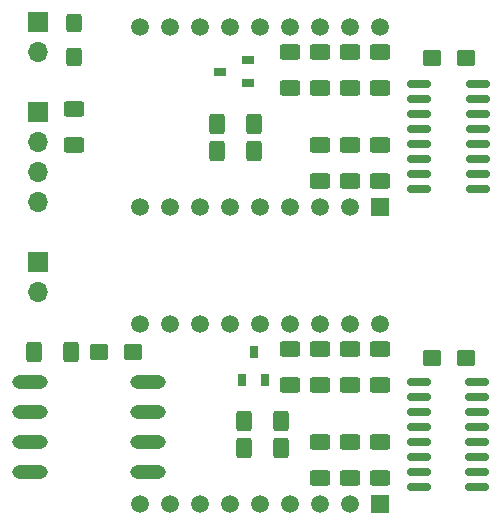
<source format=gts>
%TF.GenerationSoftware,KiCad,Pcbnew,(6.0.9)*%
%TF.CreationDate,2022-12-10T14:47:00+01:00*%
%TF.ProjectId,Hygrometer_SMD_doubleSided,48796772-6f6d-4657-9465-725f534d445f,rev?*%
%TF.SameCoordinates,Original*%
%TF.FileFunction,Soldermask,Top*%
%TF.FilePolarity,Negative*%
%FSLAX46Y46*%
G04 Gerber Fmt 4.6, Leading zero omitted, Abs format (unit mm)*
G04 Created by KiCad (PCBNEW (6.0.9)) date 2022-12-10 14:47:00*
%MOMM*%
%LPD*%
G01*
G04 APERTURE LIST*
G04 Aperture macros list*
%AMRoundRect*
0 Rectangle with rounded corners*
0 $1 Rounding radius*
0 $2 $3 $4 $5 $6 $7 $8 $9 X,Y pos of 4 corners*
0 Add a 4 corners polygon primitive as box body*
4,1,4,$2,$3,$4,$5,$6,$7,$8,$9,$2,$3,0*
0 Add four circle primitives for the rounded corners*
1,1,$1+$1,$2,$3*
1,1,$1+$1,$4,$5*
1,1,$1+$1,$6,$7*
1,1,$1+$1,$8,$9*
0 Add four rect primitives between the rounded corners*
20,1,$1+$1,$2,$3,$4,$5,0*
20,1,$1+$1,$4,$5,$6,$7,0*
20,1,$1+$1,$6,$7,$8,$9,0*
20,1,$1+$1,$8,$9,$2,$3,0*%
G04 Aperture macros list end*
%ADD10R,1.000000X0.700000*%
%ADD11R,0.700000X1.000000*%
%ADD12RoundRect,0.250000X-0.625000X0.400000X-0.625000X-0.400000X0.625000X-0.400000X0.625000X0.400000X0*%
%ADD13RoundRect,0.250000X0.625000X-0.400000X0.625000X0.400000X-0.625000X0.400000X-0.625000X-0.400000X0*%
%ADD14RoundRect,0.250000X-0.400000X-0.625000X0.400000X-0.625000X0.400000X0.625000X-0.400000X0.625000X0*%
%ADD15RoundRect,0.150000X-0.825000X-0.150000X0.825000X-0.150000X0.825000X0.150000X-0.825000X0.150000X0*%
%ADD16R,1.700000X1.700000*%
%ADD17O,1.700000X1.700000*%
%ADD18RoundRect,0.250000X0.400000X0.625000X-0.400000X0.625000X-0.400000X-0.625000X0.400000X-0.625000X0*%
%ADD19RoundRect,0.250000X-0.425000X0.537500X-0.425000X-0.537500X0.425000X-0.537500X0.425000X0.537500X0*%
%ADD20RoundRect,0.250000X0.537500X0.425000X-0.537500X0.425000X-0.537500X-0.425000X0.537500X-0.425000X0*%
%ADD21RoundRect,0.250000X-0.537500X-0.425000X0.537500X-0.425000X0.537500X0.425000X-0.537500X0.425000X0*%
%ADD22O,2.999999X1.200000*%
%ADD23R,1.500000X1.500000*%
%ADD24C,1.500000*%
G04 APERTURE END LIST*
D10*
%TO.C,Q2*%
X65951000Y-38619000D03*
X65951000Y-36719000D03*
X63551000Y-37669000D03*
%TD*%
D11*
%TO.C,Q1*%
X65452000Y-63818000D03*
X67352000Y-63818000D03*
X66402000Y-61418000D03*
%TD*%
D12*
%TO.C,R2*%
X71990000Y-35992000D03*
X71990000Y-39092000D03*
%TD*%
%TO.C,R3*%
X69450000Y-35992000D03*
X69450000Y-39092000D03*
%TD*%
D13*
%TO.C,R5*%
X74530000Y-46966000D03*
X74530000Y-43866000D03*
%TD*%
%TO.C,R6*%
X77070000Y-46966000D03*
X77070000Y-43866000D03*
%TD*%
D12*
%TO.C,R7*%
X77070000Y-35992000D03*
X77070000Y-39092000D03*
%TD*%
%TO.C,R8*%
X74530000Y-35992000D03*
X74530000Y-39092000D03*
%TD*%
D14*
%TO.C,R9*%
X65614000Y-69546000D03*
X68714000Y-69546000D03*
%TD*%
D12*
%TO.C,R10*%
X71990000Y-61138000D03*
X71990000Y-64238000D03*
%TD*%
%TO.C,R11*%
X69450000Y-61138000D03*
X69450000Y-64238000D03*
%TD*%
D13*
%TO.C,R12*%
X71990000Y-72112000D03*
X71990000Y-69012000D03*
%TD*%
%TO.C,R13*%
X74530000Y-72112000D03*
X74530000Y-69012000D03*
%TD*%
%TO.C,R14*%
X77070000Y-72112000D03*
X77070000Y-69012000D03*
%TD*%
D12*
%TO.C,R15*%
X77070000Y-61138000D03*
X77070000Y-64238000D03*
%TD*%
%TO.C,R16*%
X74530000Y-61138000D03*
X74530000Y-64238000D03*
%TD*%
D14*
%TO.C,R17*%
X63328000Y-44400000D03*
X66428000Y-44400000D03*
%TD*%
D15*
%TO.C,U2*%
X80437000Y-38685000D03*
X80437000Y-39955000D03*
X80437000Y-41225000D03*
X80437000Y-42495000D03*
X80437000Y-43765000D03*
X80437000Y-45035000D03*
X80437000Y-46305000D03*
X80437000Y-47575000D03*
X85387000Y-47575000D03*
X85387000Y-46305000D03*
X85387000Y-45035000D03*
X85387000Y-43765000D03*
X85387000Y-42495000D03*
X85387000Y-41225000D03*
X85387000Y-39955000D03*
X85387000Y-38685000D03*
%TD*%
%TO.C,U3*%
X80372000Y-63958000D03*
X80372000Y-65228000D03*
X80372000Y-66498000D03*
X80372000Y-67768000D03*
X80372000Y-69038000D03*
X80372000Y-70308000D03*
X80372000Y-71578000D03*
X80372000Y-72848000D03*
X85322000Y-72848000D03*
X85322000Y-71578000D03*
X85322000Y-70308000D03*
X85322000Y-69038000D03*
X85322000Y-67768000D03*
X85322000Y-66498000D03*
X85322000Y-65228000D03*
X85322000Y-63958000D03*
%TD*%
D13*
%TO.C,R4*%
X71990000Y-46966000D03*
X71990000Y-43866000D03*
%TD*%
D16*
%TO.C,J1*%
X48114000Y-33478000D03*
D17*
X48114000Y-36018000D03*
%TD*%
D18*
%TO.C,R1*%
X50934000Y-61418000D03*
X47834000Y-61418000D03*
%TD*%
D16*
%TO.C,SW1*%
X48114000Y-53793000D03*
D17*
X48114000Y-56333000D03*
%TD*%
D16*
%TO.C,J6*%
X48114000Y-41098000D03*
D17*
X48114000Y-43638000D03*
X48114000Y-46178000D03*
X48114000Y-48718000D03*
%TD*%
D18*
%TO.C,R19*%
X68714000Y-67260000D03*
X65614000Y-67260000D03*
%TD*%
%TO.C,R18*%
X66428000Y-42114000D03*
X63328000Y-42114000D03*
%TD*%
D13*
%TO.C,R20*%
X51162000Y-43903000D03*
X51162000Y-40803000D03*
%TD*%
D19*
%TO.C,C4*%
X51162000Y-33564500D03*
X51162000Y-36439500D03*
%TD*%
D20*
%TO.C,C2*%
X84349500Y-36526000D03*
X81474500Y-36526000D03*
%TD*%
%TO.C,C3*%
X84349500Y-61926000D03*
X81474500Y-61926000D03*
%TD*%
D21*
%TO.C,C1*%
X53280500Y-61418000D03*
X56155500Y-61418000D03*
%TD*%
D22*
%TO.C,U1*%
X47432000Y-63958000D03*
X47432000Y-66498000D03*
X47432000Y-69038000D03*
X47432000Y-71578000D03*
X57432000Y-71578000D03*
X57432000Y-69038000D03*
X57432000Y-66498000D03*
X57432000Y-63958000D03*
%TD*%
D23*
%TO.C,U4*%
X77070000Y-74245000D03*
D24*
X74530000Y-74245000D03*
X71990000Y-74245000D03*
X69450000Y-74245000D03*
X66910000Y-74245000D03*
X64370000Y-74245000D03*
X61830000Y-74245000D03*
X59290000Y-74245000D03*
X56750000Y-74245000D03*
X56750000Y-59005000D03*
X59290000Y-59005000D03*
X61830000Y-59005000D03*
X64370000Y-59005000D03*
X66910000Y-59005000D03*
X69450000Y-59005000D03*
X71990000Y-59005000D03*
X74530000Y-59005000D03*
X77070000Y-59005000D03*
%TD*%
D23*
%TO.C,U5*%
X77070000Y-49099000D03*
D24*
X74530000Y-49099000D03*
X71990000Y-49099000D03*
X69450000Y-49099000D03*
X66910000Y-49099000D03*
X64370000Y-49099000D03*
X61830000Y-49099000D03*
X59290000Y-49099000D03*
X56750000Y-49099000D03*
X56750000Y-33859000D03*
X59290000Y-33859000D03*
X61830000Y-33859000D03*
X64370000Y-33859000D03*
X66910000Y-33859000D03*
X69450000Y-33859000D03*
X71990000Y-33859000D03*
X74530000Y-33859000D03*
X77070000Y-33859000D03*
%TD*%
M02*

</source>
